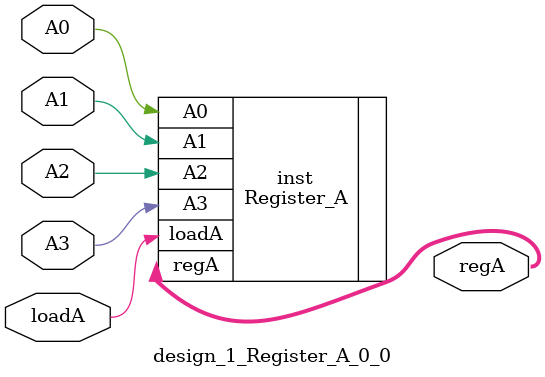
<source format=v>



// IP VLNV: xilinx.com:module_ref:Register_A:1.0
// IP Revision: 1

`timescale 1ns/1ps

(* IP_DEFINITION_SOURCE = "module_ref" *)
(* DowngradeIPIdentifiedWarnings = "yes" *)
module design_1_Register_A_0_0 (
  A0,
  A1,
  A2,
  A3,
  loadA,
  regA
);

input wire A0;
input wire A1;
input wire A2;
input wire A3;
input wire loadA;
output wire [3 : 0] regA;

  Register_A inst (
    .A0(A0),
    .A1(A1),
    .A2(A2),
    .A3(A3),
    .loadA(loadA),
    .regA(regA)
  );
endmodule

</source>
